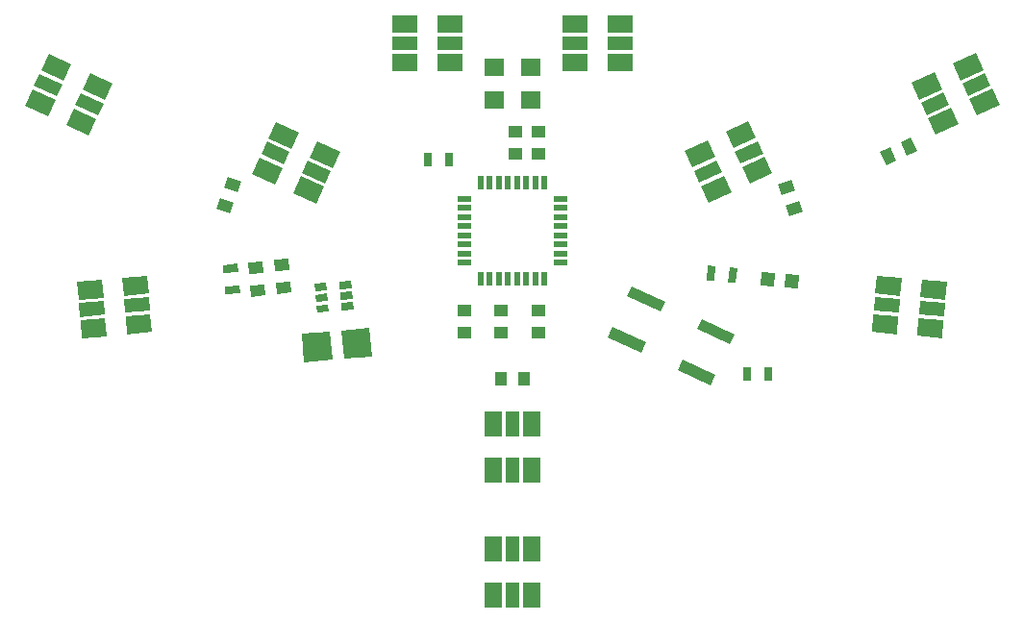
<source format=gtp>
G04 #@! TF.FileFunction,Paste,Top*
%FSLAX46Y46*%
G04 Gerber Fmt 4.6, Leading zero omitted, Abs format (unit mm)*
G04 Created by KiCad (PCBNEW 4.0.6) date 05/08/17 21:21:00*
%MOMM*%
%LPD*%
G01*
G04 APERTURE LIST*
%ADD10C,0.100000*%
%ADD11R,1.600000X2.200000*%
%ADD12R,1.200000X2.200000*%
%ADD13R,2.200000X1.600000*%
%ADD14R,2.200000X1.200000*%
%ADD15R,1.800860X1.597660*%
%ADD16R,0.700000X1.300000*%
%ADD17R,1.250000X1.000000*%
%ADD18R,0.600000X1.200000*%
%ADD19R,1.200000X0.600000*%
%ADD20R,1.000000X1.250000*%
G04 APERTURE END LIST*
D10*
D11*
X140537349Y-97247593D03*
D12*
X138837349Y-97247593D03*
D11*
X137137349Y-97247593D03*
X137137349Y-101247593D03*
D12*
X138837349Y-101247593D03*
D11*
X140537349Y-101247593D03*
X140537349Y-86247593D03*
D12*
X138837349Y-86247593D03*
D11*
X137137349Y-86247593D03*
X137137349Y-90247593D03*
D12*
X138837349Y-90247593D03*
D11*
X140537349Y-90247593D03*
D10*
G36*
X113725722Y-64426698D02*
X114900338Y-64854223D01*
X114558318Y-65793916D01*
X113383702Y-65366391D01*
X113725722Y-64426698D01*
X113725722Y-64426698D01*
G37*
G36*
X113041682Y-66306084D02*
X114216298Y-66733609D01*
X113874278Y-67673302D01*
X112699662Y-67245777D01*
X113041682Y-66306084D01*
X113041682Y-66306084D01*
G37*
G36*
X114810829Y-74688402D02*
X113515776Y-74801704D01*
X113454767Y-74104368D01*
X114749820Y-73991066D01*
X114810829Y-74688402D01*
X114810829Y-74688402D01*
G37*
G36*
X114645233Y-72795632D02*
X113350180Y-72908934D01*
X113289171Y-72211598D01*
X114584224Y-72098296D01*
X114645233Y-72795632D01*
X114645233Y-72795632D01*
G37*
G36*
X107061936Y-78124309D02*
X104870307Y-78316052D01*
X104730858Y-76722141D01*
X106922487Y-76530398D01*
X107061936Y-78124309D01*
X107061936Y-78124309D01*
G37*
G36*
X106896341Y-76231540D02*
X104704712Y-76423282D01*
X104600125Y-75227848D01*
X106791754Y-75036106D01*
X106896341Y-76231540D01*
X106896341Y-76231540D01*
G37*
G36*
X106765607Y-74737247D02*
X104573978Y-74928990D01*
X104434529Y-73335079D01*
X106626158Y-73143336D01*
X106765607Y-74737247D01*
X106765607Y-74737247D01*
G37*
G36*
X102780828Y-75085870D02*
X100589199Y-75277613D01*
X100449750Y-73683702D01*
X102641379Y-73491959D01*
X102780828Y-75085870D01*
X102780828Y-75085870D01*
G37*
G36*
X102911562Y-76580163D02*
X100719933Y-76771905D01*
X100615346Y-75576471D01*
X102806975Y-75384729D01*
X102911562Y-76580163D01*
X102911562Y-76580163D01*
G37*
G36*
X103077158Y-78472932D02*
X100885529Y-78664675D01*
X100746080Y-77070764D01*
X102937709Y-76879021D01*
X103077158Y-78472932D01*
X103077158Y-78472932D01*
G37*
G36*
X101494090Y-60789622D02*
X99500213Y-59859862D01*
X100176402Y-58409770D01*
X102170279Y-59339530D01*
X101494090Y-60789622D01*
X101494090Y-60789622D01*
G37*
G36*
X102297065Y-59067638D02*
X100303187Y-58137878D01*
X100810329Y-57050308D01*
X102804207Y-57980068D01*
X102297065Y-59067638D01*
X102297065Y-59067638D01*
G37*
G36*
X102930992Y-57708175D02*
X100937115Y-56778415D01*
X101613304Y-55328323D01*
X103607181Y-56258083D01*
X102930992Y-57708175D01*
X102930992Y-57708175D01*
G37*
G36*
X99305761Y-56017702D02*
X97311884Y-55087942D01*
X97988073Y-53637850D01*
X99981950Y-54567610D01*
X99305761Y-56017702D01*
X99305761Y-56017702D01*
G37*
G36*
X98671834Y-57377164D02*
X96677956Y-56447404D01*
X97185098Y-55359834D01*
X99178976Y-56289594D01*
X98671834Y-57377164D01*
X98671834Y-57377164D01*
G37*
G36*
X97868859Y-59099149D02*
X95874982Y-58169389D01*
X96551171Y-56719297D01*
X98545048Y-57649057D01*
X97868859Y-59099149D01*
X97868859Y-59099149D01*
G37*
D13*
X129300000Y-50950000D03*
D14*
X129300000Y-52650000D03*
D13*
X129300000Y-54350000D03*
X133300000Y-54350000D03*
D14*
X133300000Y-52650000D03*
D13*
X133300000Y-50950000D03*
D15*
X140400000Y-57639720D03*
X140400000Y-54800000D03*
X137200000Y-54800000D03*
X137200000Y-57639720D03*
D13*
X144300000Y-50950000D03*
D14*
X144300000Y-52650000D03*
D13*
X144300000Y-54350000D03*
X148300000Y-54350000D03*
D14*
X148300000Y-52650000D03*
D13*
X148300000Y-50950000D03*
D10*
G36*
X119303356Y-74639820D02*
X118058112Y-74748765D01*
X117970956Y-73752570D01*
X119216200Y-73643625D01*
X119303356Y-74639820D01*
X119303356Y-74639820D01*
G37*
G36*
X119129044Y-72647430D02*
X117883800Y-72756375D01*
X117796644Y-71760180D01*
X119041888Y-71651235D01*
X119129044Y-72647430D01*
X119129044Y-72647430D01*
G37*
G36*
X117053356Y-74889820D02*
X115808112Y-74998765D01*
X115720956Y-74002570D01*
X116966200Y-73893625D01*
X117053356Y-74889820D01*
X117053356Y-74889820D01*
G37*
G36*
X116879044Y-72897430D02*
X115633800Y-73006375D01*
X115546644Y-72010180D01*
X116791888Y-71901235D01*
X116879044Y-72897430D01*
X116879044Y-72897430D01*
G37*
G36*
X121494090Y-66789622D02*
X119500213Y-65859862D01*
X120176402Y-64409770D01*
X122170279Y-65339530D01*
X121494090Y-66789622D01*
X121494090Y-66789622D01*
G37*
G36*
X122297065Y-65067638D02*
X120303187Y-64137878D01*
X120810329Y-63050308D01*
X122804207Y-63980068D01*
X122297065Y-65067638D01*
X122297065Y-65067638D01*
G37*
G36*
X122930992Y-63708175D02*
X120937115Y-62778415D01*
X121613304Y-61328323D01*
X123607181Y-62258083D01*
X122930992Y-63708175D01*
X122930992Y-63708175D01*
G37*
G36*
X119305761Y-62017702D02*
X117311884Y-61087942D01*
X117988073Y-59637850D01*
X119981950Y-60567610D01*
X119305761Y-62017702D01*
X119305761Y-62017702D01*
G37*
G36*
X118671834Y-63377164D02*
X116677956Y-62447404D01*
X117185098Y-61359834D01*
X119178976Y-62289594D01*
X118671834Y-63377164D01*
X118671834Y-63377164D01*
G37*
G36*
X117868859Y-65099149D02*
X115874982Y-64169389D01*
X116551171Y-62719297D01*
X118545048Y-63649057D01*
X117868859Y-65099149D01*
X117868859Y-65099149D01*
G37*
G36*
X120458286Y-80767795D02*
X120240397Y-78277308D01*
X122730884Y-78059419D01*
X122948773Y-80549906D01*
X120458286Y-80767795D01*
X120458286Y-80767795D01*
G37*
G36*
X123944968Y-80462749D02*
X123727079Y-77972262D01*
X126217566Y-77754373D01*
X126435455Y-80244860D01*
X123944968Y-80462749D01*
X123944968Y-80462749D01*
G37*
G36*
X124766196Y-75491642D02*
X124822847Y-76139169D01*
X123766880Y-76231554D01*
X123710229Y-75584027D01*
X124766196Y-75491642D01*
X124766196Y-75491642D01*
G37*
G36*
X124683398Y-74545257D02*
X124740049Y-75192784D01*
X123684082Y-75285169D01*
X123627431Y-74637642D01*
X124683398Y-74545257D01*
X124683398Y-74545257D01*
G37*
G36*
X124600600Y-73598872D02*
X124657251Y-74246399D01*
X123601284Y-74338784D01*
X123544633Y-73691257D01*
X124600600Y-73598872D01*
X124600600Y-73598872D01*
G37*
G36*
X122408972Y-73790614D02*
X122465623Y-74438141D01*
X121409656Y-74530526D01*
X121353005Y-73882999D01*
X122408972Y-73790614D01*
X122408972Y-73790614D01*
G37*
G36*
X122574568Y-75683384D02*
X122631219Y-76330911D01*
X121575252Y-76423296D01*
X121518601Y-75775769D01*
X122574568Y-75683384D01*
X122574568Y-75683384D01*
G37*
G36*
X122491770Y-74736999D02*
X122548421Y-75384526D01*
X121492454Y-75476911D01*
X121435803Y-74829384D01*
X122491770Y-74736999D01*
X122491770Y-74736999D01*
G37*
D16*
X131350000Y-62950000D03*
X133250000Y-62950000D03*
D17*
X139050000Y-62450000D03*
X139050000Y-60450000D03*
X141050000Y-62450000D03*
X141050000Y-60450000D03*
D18*
X136000000Y-73450000D03*
X136800000Y-73450000D03*
X137600000Y-73450000D03*
X138400000Y-73450000D03*
X139200000Y-73450000D03*
X140000000Y-73450000D03*
X140800000Y-73450000D03*
X141600000Y-73450000D03*
D19*
X143050000Y-72000000D03*
X143050000Y-71200000D03*
X143050000Y-70400000D03*
X143050000Y-69600000D03*
X143050000Y-68800000D03*
X143050000Y-68000000D03*
X143050000Y-67200000D03*
X143050000Y-66400000D03*
D18*
X141600000Y-64950000D03*
X140800000Y-64950000D03*
X140000000Y-64950000D03*
X139200000Y-64950000D03*
X138400000Y-64950000D03*
X137600000Y-64950000D03*
X136800000Y-64950000D03*
X136000000Y-64950000D03*
D19*
X134550000Y-66400000D03*
X134550000Y-67200000D03*
X134550000Y-68000000D03*
X134550000Y-68800000D03*
X134550000Y-69600000D03*
X134550000Y-70400000D03*
X134550000Y-71200000D03*
X134550000Y-72000000D03*
D16*
X159450000Y-81800000D03*
X161350000Y-81800000D03*
D10*
G36*
X160650596Y-73994914D02*
X160755086Y-72800596D01*
X161949404Y-72905086D01*
X161844914Y-74099404D01*
X160650596Y-73994914D01*
X160650596Y-73994914D01*
G37*
G36*
X162740652Y-74177770D02*
X162845142Y-72983452D01*
X164039460Y-73087942D01*
X163934970Y-74282260D01*
X162740652Y-74177770D01*
X162740652Y-74177770D01*
G37*
G36*
X153961250Y-62190384D02*
X155955127Y-61260624D01*
X156631316Y-62710716D01*
X154637439Y-63640476D01*
X153961250Y-62190384D01*
X153961250Y-62190384D01*
G37*
G36*
X154764224Y-63912368D02*
X156758102Y-62982608D01*
X157265244Y-64070178D01*
X155271366Y-64999938D01*
X154764224Y-63912368D01*
X154764224Y-63912368D01*
G37*
G36*
X155398152Y-65271830D02*
X157392029Y-64342070D01*
X158068218Y-65792162D01*
X156074341Y-66721922D01*
X155398152Y-65271830D01*
X155398152Y-65271830D01*
G37*
G36*
X159023383Y-63581357D02*
X161017260Y-62651597D01*
X161693449Y-64101689D01*
X159699572Y-65031449D01*
X159023383Y-63581357D01*
X159023383Y-63581357D01*
G37*
G36*
X158389455Y-62221895D02*
X160383333Y-61292135D01*
X160890475Y-62379705D01*
X158896597Y-63309465D01*
X158389455Y-62221895D01*
X158389455Y-62221895D01*
G37*
G36*
X157586481Y-60499911D02*
X159580358Y-59570151D01*
X160256547Y-61020243D01*
X158262670Y-61950003D01*
X157586481Y-60499911D01*
X157586481Y-60499911D01*
G37*
G36*
X158598089Y-72498574D02*
X158484787Y-73793627D01*
X157787451Y-73732618D01*
X157900753Y-72437565D01*
X158598089Y-72498574D01*
X158598089Y-72498574D01*
G37*
G36*
X156705319Y-72332978D02*
X156592017Y-73628031D01*
X155894681Y-73567022D01*
X156007983Y-72271969D01*
X156705319Y-72332978D01*
X156705319Y-72332978D01*
G37*
G36*
X162199662Y-65104223D02*
X163374278Y-64676698D01*
X163716298Y-65616391D01*
X162541682Y-66043916D01*
X162199662Y-65104223D01*
X162199662Y-65104223D01*
G37*
G36*
X162883702Y-66983609D02*
X164058318Y-66556084D01*
X164400338Y-67495777D01*
X163225722Y-67923302D01*
X162883702Y-66983609D01*
X162883702Y-66983609D01*
G37*
G36*
X171704675Y-63400369D02*
X171176402Y-62267485D01*
X172082709Y-61844867D01*
X172610982Y-62977751D01*
X171704675Y-63400369D01*
X171704675Y-63400369D01*
G37*
G36*
X173517291Y-62555133D02*
X172989018Y-61422249D01*
X173895325Y-60999631D01*
X174423598Y-62132515D01*
X173517291Y-62555133D01*
X173517291Y-62555133D01*
G37*
G36*
X176619648Y-78656379D02*
X174428019Y-78464636D01*
X174567468Y-76870725D01*
X176759097Y-77062468D01*
X176619648Y-78656379D01*
X176619648Y-78656379D01*
G37*
G36*
X176785243Y-76763609D02*
X174593614Y-76571867D01*
X174698201Y-75376433D01*
X176889830Y-75568175D01*
X176785243Y-76763609D01*
X176785243Y-76763609D01*
G37*
G36*
X176915977Y-75269317D02*
X174724348Y-75077574D01*
X174863797Y-73483663D01*
X177055426Y-73675406D01*
X176915977Y-75269317D01*
X176915977Y-75269317D01*
G37*
G36*
X172931198Y-74920694D02*
X170739569Y-74728951D01*
X170879018Y-73135040D01*
X173070647Y-73326783D01*
X172931198Y-74920694D01*
X172931198Y-74920694D01*
G37*
G36*
X172800465Y-76414986D02*
X170608836Y-76223244D01*
X170713423Y-75027810D01*
X172905052Y-75219552D01*
X172800465Y-76414986D01*
X172800465Y-76414986D01*
G37*
G36*
X172634869Y-78307756D02*
X170443240Y-78116013D01*
X170582689Y-76522102D01*
X172774318Y-76713845D01*
X172634869Y-78307756D01*
X172634869Y-78307756D01*
G37*
G36*
X173961250Y-56190384D02*
X175955127Y-55260624D01*
X176631316Y-56710716D01*
X174637439Y-57640476D01*
X173961250Y-56190384D01*
X173961250Y-56190384D01*
G37*
G36*
X174764224Y-57912368D02*
X176758102Y-56982608D01*
X177265244Y-58070178D01*
X175271366Y-58999938D01*
X174764224Y-57912368D01*
X174764224Y-57912368D01*
G37*
G36*
X175398152Y-59271830D02*
X177392029Y-58342070D01*
X178068218Y-59792162D01*
X176074341Y-60721922D01*
X175398152Y-59271830D01*
X175398152Y-59271830D01*
G37*
G36*
X179023383Y-57581357D02*
X181017260Y-56651597D01*
X181693449Y-58101689D01*
X179699572Y-59031449D01*
X179023383Y-57581357D01*
X179023383Y-57581357D01*
G37*
G36*
X178389455Y-56221895D02*
X180383333Y-55292135D01*
X180890475Y-56379705D01*
X178896597Y-57309465D01*
X178389455Y-56221895D01*
X178389455Y-56221895D01*
G37*
G36*
X177586481Y-54499911D02*
X179580358Y-53570151D01*
X180256547Y-55020243D01*
X178262670Y-55950003D01*
X177586481Y-54499911D01*
X177586481Y-54499911D01*
G37*
D20*
X137800000Y-82200000D03*
X139800000Y-82200000D03*
D10*
G36*
X155065281Y-77851252D02*
X155487900Y-76944944D01*
X158388085Y-78297322D01*
X157965466Y-79203630D01*
X155065281Y-77851252D01*
X155065281Y-77851252D01*
G37*
G36*
X148902388Y-74977447D02*
X149325007Y-74071139D01*
X152225192Y-75423517D01*
X151802573Y-76329825D01*
X148902388Y-74977447D01*
X148902388Y-74977447D01*
G37*
G36*
X147211915Y-78602678D02*
X147634534Y-77696370D01*
X150534719Y-79048748D01*
X150112100Y-79955056D01*
X147211915Y-78602678D01*
X147211915Y-78602678D01*
G37*
G36*
X153374808Y-81476483D02*
X153797427Y-80570175D01*
X156697612Y-81922553D01*
X156274993Y-82828861D01*
X153374808Y-81476483D01*
X153374808Y-81476483D01*
G37*
D17*
X134550000Y-76200000D03*
X134550000Y-78200000D03*
X137800000Y-76200000D03*
X137800000Y-78200000D03*
X141050000Y-76200000D03*
X141050000Y-78200000D03*
M02*

</source>
